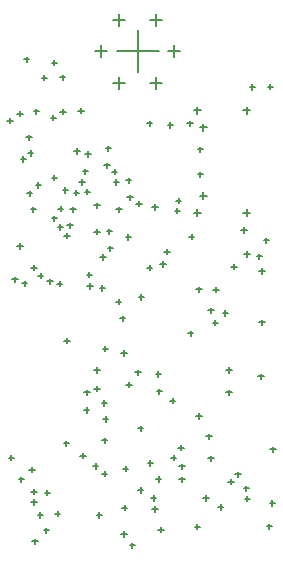
<source format=gbr>
%TF.GenerationSoftware,Altium Limited,Altium Designer,19.0.4 (130)*%
G04 Layer_Color=128*
%FSLAX26Y26*%
%MOIN*%
%TF.FileFunction,Drillmap*%
%TF.Part,Single*%
G01*
G75*
%TA.AperFunction,NonConductor*%
%ADD93C,0.005000*%
D93*
X3600000Y2790000D02*
X3740000D01*
X3670000Y2720000D02*
Y2860000D01*
X3589000Y2895655D02*
X3629000D01*
X3609000Y2875655D02*
Y2915655D01*
X3711000Y2895655D02*
X3751000D01*
X3731000Y2875655D02*
Y2915655D01*
X3772000Y2790000D02*
X3812000D01*
X3792000Y2770000D02*
Y2810000D01*
X3711000Y2684345D02*
X3751000D01*
X3731000Y2664345D02*
Y2704345D01*
X3589000Y2684345D02*
X3629000D01*
X3609000Y2664345D02*
Y2704345D01*
X3528000Y2790000D02*
X3568000D01*
X3548000Y2770000D02*
Y2810000D01*
X4022055Y2593080D02*
X4045675D01*
X4033865Y2581270D02*
Y2604890D01*
X3857495Y2593080D02*
X3881115D01*
X3869305Y2581270D02*
Y2604890D01*
X3857495Y2252920D02*
X3881115D01*
X3869305Y2241110D02*
Y2264730D01*
X4022055Y2252920D02*
X4045675D01*
X4033865Y2241110D02*
Y2264730D01*
X3953642Y1918000D02*
X3971358D01*
X3962500Y1909142D02*
Y1926858D01*
X4112194Y1463447D02*
X4129911D01*
X4121053Y1454589D02*
Y1472306D01*
X3965230Y1728500D02*
X3982946D01*
X3974088Y1719642D02*
Y1737358D01*
X3965230Y1654000D02*
X3982946D01*
X3974088Y1645142D02*
Y1662858D01*
X3299142Y2504000D02*
X3316858D01*
X3308000Y2495142D02*
Y2512858D01*
X3618142Y1269000D02*
X3635858D01*
X3627000Y1260142D02*
Y1277858D01*
X3423142Y1483000D02*
X3440858D01*
X3432000Y1474142D02*
Y1491858D01*
X3632142Y1679000D02*
X3649858D01*
X3641000Y1670142D02*
Y1687858D01*
X3553142Y1799000D02*
X3570858D01*
X3562000Y1790142D02*
Y1807858D01*
X3778142Y1626000D02*
X3795858D01*
X3787000Y1617142D02*
Y1634858D01*
X3273142Y1363000D02*
X3290858D01*
X3282000Y1354142D02*
Y1371858D01*
X3905142Y1927000D02*
X3922858D01*
X3914000Y1918142D02*
Y1935858D01*
X3551142Y1493000D02*
X3568858D01*
X3560000Y1484142D02*
Y1501858D01*
X3491142Y1595000D02*
X3508858D01*
X3500000Y1586142D02*
Y1603858D01*
X3492142Y1654000D02*
X3509858D01*
X3501000Y1645142D02*
Y1662858D01*
X4100142Y1207000D02*
X4117858D01*
X4109000Y1198142D02*
Y1215858D01*
X4015142Y2195000D02*
X4032858D01*
X4024000Y2186142D02*
Y2203858D01*
X3236142Y2559000D02*
X3253858D01*
X3245000Y2550142D02*
Y2567858D01*
X3714142Y1301000D02*
X3731858D01*
X3723000Y1292142D02*
Y1309858D01*
X3611142Y1900126D02*
X3628858D01*
X3620000Y1891268D02*
Y1908984D01*
X3543000Y2001000D02*
X3560716D01*
X3551858Y1992142D02*
Y2009858D01*
X3730142Y1715000D02*
X3747858D01*
X3739000Y1706142D02*
Y1723858D01*
X3502142Y2008000D02*
X3519858D01*
X3511000Y1999142D02*
Y2016858D01*
X3426142Y1826000D02*
X3443858D01*
X3435000Y1817142D02*
Y1834858D01*
X3899142Y1507000D02*
X3916858D01*
X3908000Y1498142D02*
Y1515858D01*
X4072771Y1707000D02*
X4090488D01*
X4081629Y1698142D02*
Y1715858D01*
X3793142Y2259000D02*
X3810858D01*
X3802000Y2250142D02*
Y2267858D01*
X3662142Y1720000D02*
X3679858D01*
X3671000Y1711142D02*
Y1728858D01*
X3309142Y1396000D02*
X3326858D01*
X3318000Y1387142D02*
Y1404858D01*
X3781142Y1436000D02*
X3798858D01*
X3790000Y1427142D02*
Y1444858D01*
X3920142Y1886000D02*
X3937858D01*
X3929000Y1877142D02*
Y1894858D01*
X3866142Y1997000D02*
X3883858D01*
X3875000Y1988142D02*
Y2005858D01*
X3269142Y2141000D02*
X3286858D01*
X3278000Y2132142D02*
Y2149858D01*
X3394142Y1249000D02*
X3411858D01*
X3403000Y1240142D02*
Y1257858D01*
X3337142Y1245000D02*
X3354858D01*
X3346000Y1236142D02*
Y1253858D01*
X3733142Y1657000D02*
X3750858D01*
X3742000Y1648142D02*
Y1665858D01*
X3459142Y2458000D02*
X3476858D01*
X3468000Y2449142D02*
Y2466858D01*
X3770142Y2545000D02*
X3787858D01*
X3779000Y2536142D02*
Y2553858D01*
X3701475Y2550000D02*
X3719191D01*
X3710333Y2541142D02*
Y2558858D01*
X3835142Y2550000D02*
X3852858D01*
X3844000Y2541142D02*
Y2558858D01*
X3570142Y2134000D02*
X3587858D01*
X3579000Y2125142D02*
Y2142858D01*
X3629826Y2171000D02*
X3647543D01*
X3638684Y2162142D02*
Y2179858D01*
X3746142Y2081000D02*
X3763858D01*
X3755000Y2072142D02*
Y2089858D01*
X3759142Y2122000D02*
X3776858D01*
X3768000Y2113142D02*
Y2130858D01*
X3701475Y2069367D02*
X3719191D01*
X3710333Y2060509D02*
Y2078225D01*
X3546091Y2105000D02*
X3563808D01*
X3554950Y2096142D02*
Y2113858D01*
X4089606Y2160000D02*
X4107323D01*
X4098465Y2151142D02*
Y2168858D01*
X3922099Y1996000D02*
X3939815D01*
X3930957Y1987142D02*
Y2004858D01*
X4025158Y2115000D02*
X4042874D01*
X4034016Y2106142D02*
Y2123858D01*
X3838142Y1850000D02*
X3855858D01*
X3847000Y1841142D02*
Y1858858D01*
X3673142Y1971000D02*
X3690858D01*
X3682000Y1962142D02*
Y1979858D01*
X3982142Y2072000D02*
X3999858D01*
X3991000Y2063142D02*
Y2080858D01*
X3615142Y1785000D02*
X3632858D01*
X3624000Y1776142D02*
Y1793858D01*
X3526142Y1728000D02*
X3543858D01*
X3535000Y1719142D02*
Y1736858D01*
X3526142Y1666000D02*
X3543858D01*
X3535000Y1657142D02*
Y1674858D01*
X3550142Y1618000D02*
X3567858D01*
X3559000Y1609142D02*
Y1626858D01*
X3905142Y1434000D02*
X3922858D01*
X3914000Y1425142D02*
Y1442858D01*
X3938142Y1271000D02*
X3955858D01*
X3947000Y1262142D02*
Y1279858D01*
X4023142Y1334000D02*
X4040858D01*
X4032000Y1325142D02*
Y1342858D01*
X4075142Y2058000D02*
X4092858D01*
X4084000Y2049142D02*
Y2066858D01*
X3731142Y1365000D02*
X3748858D01*
X3740000Y1356142D02*
Y1373858D01*
X3479142Y1442000D02*
X3496858D01*
X3488000Y1433142D02*
Y1450858D01*
X3671093Y1533494D02*
X3688809D01*
X3679951Y1524636D02*
Y1542353D01*
X4103142Y2672000D02*
X4120858D01*
X4112000Y2663142D02*
Y2680858D01*
X4066488Y2107000D02*
X4084204D01*
X4075346Y2098142D02*
Y2115858D01*
X3350142Y2702000D02*
X3367858D01*
X3359000Y2693142D02*
Y2710858D01*
X3411142Y2704000D02*
X3428858D01*
X3420000Y2695142D02*
Y2712858D01*
X3323142Y2590000D02*
X3340858D01*
X3332000Y2581142D02*
Y2598858D01*
X3291142Y2763000D02*
X3308858D01*
X3300000Y2754142D02*
Y2771858D01*
X3269142Y2582000D02*
X3286858D01*
X3278000Y2573142D02*
Y2590858D01*
X3719142Y2271000D02*
X3736858D01*
X3728000Y2262142D02*
Y2279858D01*
X3240142Y1436000D02*
X3257858D01*
X3249000Y1427142D02*
Y1444858D01*
X3719142Y1265000D02*
X3736858D01*
X3728000Y1256142D02*
Y1273858D01*
X3551142Y1382000D02*
X3568858D01*
X3560000Y1373142D02*
Y1390858D01*
X3329983Y2345000D02*
X3347699D01*
X3338841Y2336142D02*
Y2353858D01*
X3301142Y2317000D02*
X3318858D01*
X3310000Y2308142D02*
Y2325858D01*
X3526142Y2277295D02*
X3543858D01*
X3535000Y2268437D02*
Y2286153D01*
X3420142Y2328000D02*
X3437858D01*
X3429000Y2319142D02*
Y2336858D01*
X3382927Y2369000D02*
X3400644D01*
X3391786Y2360142D02*
Y2377858D01*
X3252142Y2030000D02*
X3269858D01*
X3261000Y2021142D02*
Y2038858D01*
X4075142Y1887000D02*
X4092858D01*
X4084000Y1878142D02*
Y1895858D01*
X3280142Y2431000D02*
X3297858D01*
X3289000Y2422142D02*
Y2439858D01*
X3493142Y2322000D02*
X3510858D01*
X3502000Y2313142D02*
Y2330858D01*
X4043142Y2671000D02*
X4060858D01*
X4052000Y2662142D02*
Y2679858D01*
X3870142Y2380000D02*
X3887858D01*
X3879000Y2371142D02*
Y2388858D01*
X3870142Y2464000D02*
X3887858D01*
X3879000Y2455142D02*
Y2472858D01*
X3798142Y2292000D02*
X3815858D01*
X3807000Y2283142D02*
Y2300858D01*
X3472142Y2592080D02*
X3489858D01*
X3481000Y2583222D02*
Y2600938D01*
X3383142Y2752000D02*
X3400858D01*
X3392000Y2743142D02*
Y2760858D01*
X3598142Y1956000D02*
X3615858D01*
X3607000Y1947142D02*
Y1964858D01*
X3304142Y2451000D02*
X3321858D01*
X3313000Y2442142D02*
Y2459858D01*
X3338142Y2042000D02*
X3355858D01*
X3347000Y2033142D02*
Y2050858D01*
X3316142Y2069000D02*
X3333858D01*
X3325000Y2060142D02*
Y2077858D01*
X3401233Y2016000D02*
X3418949D01*
X3410091Y2007142D02*
Y2024858D01*
X3369142Y2024000D02*
X3386858D01*
X3378000Y2015142D02*
Y2032858D01*
X3284142Y2017000D02*
X3301858D01*
X3293000Y2008142D02*
Y2025858D01*
X3425142Y2176000D02*
X3442858D01*
X3434000Y2167142D02*
Y2184858D01*
X3403142Y2205000D02*
X3420858D01*
X3412000Y2196142D02*
Y2213858D01*
X3382927Y2234000D02*
X3400644D01*
X3391786Y2225142D02*
Y2242858D01*
X3436142Y2210000D02*
X3453858D01*
X3445000Y2201142D02*
Y2218858D01*
X3404142Y2266000D02*
X3421858D01*
X3413000Y2257142D02*
Y2274858D01*
X3445142Y2263000D02*
X3462858D01*
X3454000Y2254142D02*
Y2271858D01*
X3313142Y2263000D02*
X3330858D01*
X3322000Y2254142D02*
Y2271858D01*
X3500142Y2045489D02*
X3517858D01*
X3509000Y2036630D02*
Y2054347D01*
X3457142Y2319000D02*
X3474858D01*
X3466000Y2310142D02*
Y2327858D01*
X3475142Y2355102D02*
X3492858D01*
X3484000Y2346244D02*
Y2363961D01*
X3487142Y2390000D02*
X3504858D01*
X3496000Y2381142D02*
Y2398858D01*
X3496142Y2448000D02*
X3513858D01*
X3505000Y2439142D02*
Y2456858D01*
X3526142Y2189000D02*
X3543858D01*
X3535000Y2180142D02*
Y2197858D01*
X3567142Y2190000D02*
X3584858D01*
X3576000Y2181142D02*
Y2198858D01*
X3599142Y2263000D02*
X3616858D01*
X3608000Y2254142D02*
Y2271858D01*
X3841142Y2172000D02*
X3858858D01*
X3850000Y2163142D02*
Y2180858D01*
X3665142Y2282000D02*
X3682858D01*
X3674000Y2273142D02*
Y2290858D01*
X3635142Y2304000D02*
X3652858D01*
X3644000Y2295142D02*
Y2312858D01*
X3866142Y1575000D02*
X3883858D01*
X3875000Y1566142D02*
Y1583858D01*
X3631142Y2360000D02*
X3648858D01*
X3640000Y2351142D02*
Y2368858D01*
X3590142Y2355102D02*
X3607858D01*
X3599000Y2346244D02*
Y2363961D01*
X3584016Y2389000D02*
X3601732D01*
X3592874Y2380142D02*
Y2397858D01*
X3558583Y2410000D02*
X3576299D01*
X3567441Y2401142D02*
Y2418858D01*
X3563142Y2467000D02*
X3580858D01*
X3572000Y2458142D02*
Y2475858D01*
X3380142Y2569000D02*
X3397858D01*
X3389000Y2560142D02*
Y2577858D01*
X3412142Y2589000D02*
X3429858D01*
X3421000Y2580142D02*
Y2597858D01*
X3533032Y1245000D02*
X3550748D01*
X3541890Y1236142D02*
Y1253858D01*
X4110142Y1285000D02*
X4127858D01*
X4119000Y1276142D02*
Y1293858D01*
X3860447Y1206000D02*
X3878163D01*
X3869305Y1197142D02*
Y1214858D01*
X3360142Y1319000D02*
X3377858D01*
X3369000Y1310142D02*
Y1327858D01*
X3972142Y1356000D02*
X3989858D01*
X3981000Y1347142D02*
Y1364858D01*
X3643142Y1144000D02*
X3660858D01*
X3652000Y1135142D02*
Y1152858D01*
X3319142Y1157000D02*
X3336858D01*
X3328000Y1148142D02*
Y1165858D01*
X3316142Y1322000D02*
X3333858D01*
X3325000Y1313142D02*
Y1330858D01*
X3739142Y1196000D02*
X3756858D01*
X3748000Y1187142D02*
Y1204858D01*
X3809142Y1407000D02*
X3826858D01*
X3818000Y1398142D02*
Y1415858D01*
X3703052Y1418000D02*
X3720768D01*
X3711910Y1409142D02*
Y1426858D01*
X3671150Y1328000D02*
X3688866D01*
X3680008Y1319142D02*
Y1336858D01*
X3621142Y1399000D02*
X3638858D01*
X3630000Y1390142D02*
Y1407858D01*
X3615142Y1181063D02*
X3632858D01*
X3624000Y1172205D02*
Y1189921D01*
X3554142Y1565000D02*
X3571858D01*
X3563000Y1556142D02*
Y1573858D01*
X3521142Y1408000D02*
X3538858D01*
X3530000Y1399142D02*
Y1416858D01*
X3316142Y1288000D02*
X3333858D01*
X3325000Y1279142D02*
Y1296858D01*
X3357142Y1193000D02*
X3374858D01*
X3366000Y1184142D02*
Y1201858D01*
X3809142Y1364000D02*
X3826858D01*
X3818000Y1355142D02*
Y1372858D01*
X3805142Y1469000D02*
X3822858D01*
X3814000Y1460142D02*
Y1477858D01*
X3889142Y1301000D02*
X3906858D01*
X3898000Y1292142D02*
Y1309858D01*
X3995631Y1380000D02*
X4013347D01*
X4004489Y1371142D02*
Y1388858D01*
X4027142Y1299000D02*
X4044858D01*
X4036000Y1290142D02*
Y1307858D01*
X3876190Y2536780D02*
X3901780D01*
X3888985Y2523985D02*
Y2549575D01*
X3876190Y2309220D02*
X3901780D01*
X3888985Y2296425D02*
Y2322015D01*
%TF.MD5,8bb5ff450dce64e5a1fb9b52b430c4c0*%
M02*

</source>
